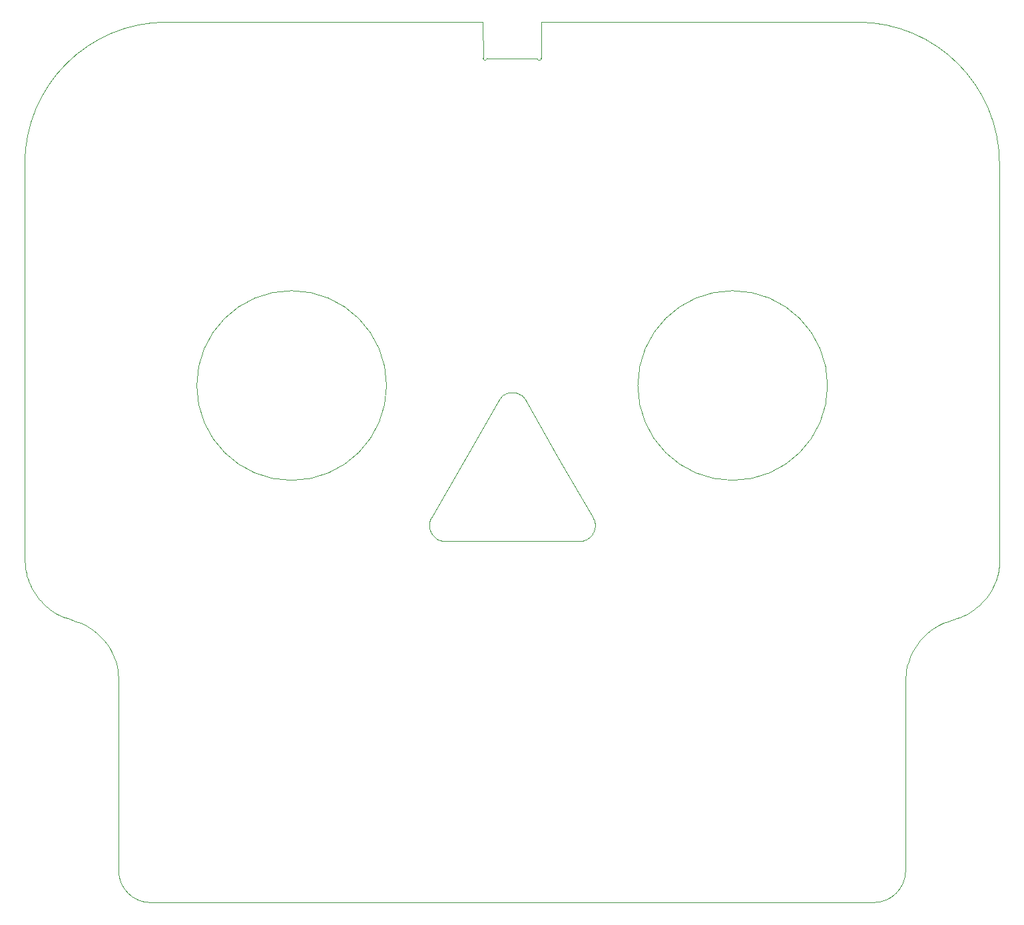
<source format=gm1>
%TF.GenerationSoftware,KiCad,Pcbnew,7.0.2-0*%
%TF.CreationDate,2023-08-26T13:21:51+01:00*%
%TF.ProjectId,Yorick,596f7269-636b-42e6-9b69-6361645f7063,rev02*%
%TF.SameCoordinates,Original*%
%TF.FileFunction,Profile,NP*%
%FSLAX46Y46*%
G04 Gerber Fmt 4.6, Leading zero omitted, Abs format (unit mm)*
G04 Created by KiCad (PCBNEW 7.0.2-0) date 2023-08-26 13:21:51*
%MOMM*%
%LPD*%
G01*
G04 APERTURE LIST*
%TA.AperFunction,Profile*%
%ADD10C,0.100000*%
%TD*%
%TA.AperFunction,Profile*%
%ADD11C,0.101600*%
%TD*%
%TA.AperFunction,Profile*%
%ADD12C,0.050000*%
%TD*%
G04 APERTURE END LIST*
D10*
X41289537Y-108762610D02*
X41104870Y-108516652D01*
X41483566Y-109001385D02*
X41289537Y-108762610D01*
X39898652Y-106027472D02*
X39819108Y-105725571D01*
X49290834Y-113751776D02*
X48840598Y-113329109D01*
X43892671Y-110930582D02*
X43616541Y-110779512D01*
X40764457Y-108004345D02*
X40609129Y-107738573D01*
X163380892Y-105725571D02*
X163301348Y-106027472D01*
D11*
X57658000Y-35560000D02*
X97891600Y-35560000D01*
D10*
X43086297Y-110447450D02*
X42832601Y-110267036D01*
X51370592Y-117483686D02*
X51200049Y-116883986D01*
X43347680Y-110618371D02*
X43086297Y-110447450D01*
X155357978Y-112589879D02*
X154842898Y-112941035D01*
X153909166Y-113751776D02*
X153493863Y-114206709D01*
X147574000Y-147574000D02*
X55626000Y-147574000D01*
X161910463Y-108762610D02*
X161716434Y-109001385D01*
X43616541Y-110779512D02*
X43347680Y-110618371D01*
X162870723Y-107189236D02*
X162736001Y-107466774D01*
X160367399Y-110267036D02*
X160113703Y-110447450D01*
X160850895Y-109878887D02*
X160613200Y-110077419D01*
X151638000Y-119380000D02*
X151705520Y-118099374D01*
X40609129Y-107738573D02*
X40463999Y-107466774D01*
X161301131Y-109456233D02*
X161080275Y-109671729D01*
X162590871Y-107738573D02*
X162435543Y-108004345D01*
X40329277Y-107189236D02*
X40205172Y-106906248D01*
X163301348Y-106027472D02*
X163210350Y-106325077D01*
X39819108Y-105725571D02*
X39751227Y-105419665D01*
X163504782Y-105110041D02*
X163448773Y-105419665D01*
X152474298Y-115741855D02*
X152215472Y-116302601D01*
X47297031Y-112277965D02*
X46723803Y-112007620D01*
X47842022Y-112589879D02*
X47297031Y-112277965D01*
X159307329Y-110930582D02*
X159024141Y-111071294D01*
D11*
X163576000Y-53594000D02*
X163576000Y-103835200D01*
D10*
X51200049Y-116883986D02*
X50984528Y-116302601D01*
X158134315Y-111428392D02*
X157075986Y-111781170D01*
X152215472Y-116302601D02*
X151999951Y-116883986D01*
X160613200Y-110077419D02*
X160367399Y-110267036D01*
X42349105Y-109878887D02*
X42119725Y-109671729D01*
X45065685Y-111428392D02*
X44762575Y-111320488D01*
D11*
X151638000Y-119380000D02*
X151638000Y-143510000D01*
D10*
X151829408Y-117483686D02*
X151705520Y-118099374D01*
X160113703Y-110447450D02*
X159852320Y-110618371D01*
X42586800Y-110077419D02*
X42349105Y-109878887D01*
D11*
X163576000Y-53594000D02*
G75*
G03*
X145542000Y-35560000I-18034000J0D01*
G01*
D10*
X40205172Y-106906248D02*
X40091894Y-106618098D01*
X158437425Y-111320488D02*
X158134315Y-111428392D01*
X161716434Y-109001385D02*
X161513254Y-109232689D01*
X50425245Y-115204074D02*
X50084832Y-114691583D01*
X159024141Y-111071294D02*
X158734103Y-111201359D01*
X156476197Y-112007620D02*
X155902969Y-112277965D01*
X162270226Y-108263801D02*
X162095130Y-108516652D01*
X105308400Y-35560000D02*
X145542000Y-35560000D01*
X48357102Y-112941035D02*
X47842022Y-112589879D01*
X152774755Y-115204074D02*
X152474298Y-115741855D01*
X40929774Y-108263801D02*
X40764457Y-108004345D01*
X163576000Y-103835200D02*
X163548708Y-104796989D01*
X46124014Y-111781170D02*
X45065685Y-111428392D01*
X41104870Y-108516652D02*
X40929774Y-108263801D01*
X154359402Y-113329109D02*
X153909166Y-113751776D01*
X39751227Y-105419665D02*
X39695218Y-105110041D01*
D11*
X51562000Y-143510000D02*
X51562000Y-119380000D01*
D10*
X40091894Y-106618098D02*
X39989650Y-106325077D01*
X85623400Y-81788000D02*
G75*
G03*
X85623400Y-81788000I-12065000J0D01*
G01*
X162736001Y-107466774D02*
X162590871Y-107738573D01*
X50725702Y-115741855D02*
X50425245Y-115204074D01*
X141706600Y-81788000D02*
G75*
G03*
X141706600Y-81788000I-12065000J0D01*
G01*
X51494480Y-118099374D02*
X51562000Y-119380000D01*
X159852320Y-110618371D02*
X159583459Y-110779512D01*
D11*
X57658000Y-35560000D02*
G75*
G03*
X39624000Y-53594000I0J-18034000D01*
G01*
D10*
X162994828Y-106906248D02*
X162870723Y-107189236D01*
X41898869Y-109456233D02*
X41686746Y-109232689D01*
X153115168Y-114691583D02*
X152774755Y-115204074D01*
X157075986Y-111781170D02*
X156476197Y-112007620D01*
X155902969Y-112277965D02*
X155357978Y-112589879D01*
X101727176Y-82670392D02*
X101854000Y-82682298D01*
X101979956Y-82702142D01*
X102104610Y-82729923D01*
X102227527Y-82765642D01*
X102348274Y-82809298D01*
X102466417Y-82860892D01*
X102581520Y-82920423D01*
X102693152Y-82987892D01*
X102800876Y-83063298D01*
X102904260Y-83146641D01*
X103002868Y-83237922D01*
X103096268Y-83337141D01*
X103184024Y-83444297D01*
X103265704Y-83559391D01*
X103340872Y-83682422D01*
X107598902Y-91210700D01*
X111867517Y-98601389D01*
X111934576Y-98727315D01*
X111991698Y-98854819D01*
X112039095Y-98983534D01*
X112076978Y-99113096D01*
X112105559Y-99243138D01*
X112125050Y-99373295D01*
X112135663Y-99503202D01*
X112137611Y-99632492D01*
X112131104Y-99760801D01*
X112116354Y-99887762D01*
X112093574Y-100013010D01*
X112062976Y-100136179D01*
X112024770Y-100256904D01*
X111979170Y-100374819D01*
X111926387Y-100489559D01*
X111866632Y-100600757D01*
X111800119Y-100708049D01*
X111727058Y-100811068D01*
X111647661Y-100909449D01*
X111562141Y-101002827D01*
X111470709Y-101090836D01*
X111373577Y-101173109D01*
X111270957Y-101249283D01*
X111163061Y-101318990D01*
X111050100Y-101381866D01*
X110932288Y-101437544D01*
X110809834Y-101485660D01*
X110682952Y-101525847D01*
X110551853Y-101557740D01*
X110416750Y-101580974D01*
X110277853Y-101595182D01*
X110135375Y-101600000D01*
X93064462Y-101600000D01*
X92921984Y-101595182D01*
X92783087Y-101580974D01*
X92647983Y-101557740D01*
X92516885Y-101525847D01*
X92390003Y-101485660D01*
X92267549Y-101437544D01*
X92149737Y-101381866D01*
X92036777Y-101318990D01*
X91928881Y-101249283D01*
X91826261Y-101173109D01*
X91729129Y-101090836D01*
X91637697Y-101002827D01*
X91552177Y-100909449D01*
X91472781Y-100811068D01*
X91399720Y-100708049D01*
X91333207Y-100600757D01*
X91273453Y-100489559D01*
X91220670Y-100374819D01*
X91175070Y-100256904D01*
X91136864Y-100136179D01*
X91106266Y-100013010D01*
X91083486Y-99887762D01*
X91068737Y-99760801D01*
X91062230Y-99632492D01*
X91064178Y-99503202D01*
X91074791Y-99373295D01*
X91094283Y-99243138D01*
X91122864Y-99113096D01*
X91160747Y-98983534D01*
X91208143Y-98854819D01*
X91265266Y-98727315D01*
X91332325Y-98601389D01*
X95600935Y-91210700D01*
X99858960Y-83682422D01*
X99934128Y-83559391D01*
X100015808Y-83444297D01*
X100103565Y-83337141D01*
X100196965Y-83237922D01*
X100295574Y-83146641D01*
X100398958Y-83063298D01*
X100506682Y-82987892D01*
X100618314Y-82920423D01*
X100733418Y-82860892D01*
X100851561Y-82809298D01*
X100972308Y-82765642D01*
X101095225Y-82729923D01*
X101219879Y-82702142D01*
X101345835Y-82682298D01*
X101472659Y-82670392D01*
X101599918Y-82666423D01*
X101727176Y-82670392D01*
X161080275Y-109671729D02*
X160850895Y-109878887D01*
X41686746Y-109232689D02*
X41483566Y-109001385D01*
X50084832Y-114691583D02*
X49706137Y-114206709D01*
X161513254Y-109232689D02*
X161301131Y-109456233D01*
X39989650Y-106325077D02*
X39898652Y-106027472D01*
X51494480Y-118099374D02*
X51370592Y-117483686D01*
X50984528Y-116302601D02*
X50725702Y-115741855D01*
X44465897Y-111201359D02*
X44175859Y-111071294D01*
X39651292Y-104796989D02*
X39624000Y-103835200D01*
X39695218Y-105110041D02*
X39651292Y-104796989D01*
X153493863Y-114206709D02*
X153115168Y-114691583D01*
X163548708Y-104796989D02*
X163504782Y-105110041D01*
D11*
X39624000Y-103835200D02*
X39624000Y-53594000D01*
D10*
X44762575Y-111320488D02*
X44465897Y-111201359D01*
X163210350Y-106325077D02*
X163108106Y-106618098D01*
X42832601Y-110267036D02*
X42586800Y-110077419D01*
X162095130Y-108516652D02*
X161910463Y-108762610D01*
X147574000Y-147574000D02*
G75*
G03*
X151638000Y-143510000I0J4064000D01*
G01*
X162435543Y-108004345D02*
X162270226Y-108263801D01*
X163448773Y-105419665D02*
X163380892Y-105725571D01*
X159583459Y-110779512D02*
X159307329Y-110930582D01*
X49706137Y-114206709D02*
X49290834Y-113751776D01*
X158734103Y-111201359D02*
X158437425Y-111320488D01*
X154842898Y-112941035D02*
X154359402Y-113329109D01*
X46723803Y-112007620D02*
X46124014Y-111781170D01*
X44175859Y-111071294D02*
X43892671Y-110930582D01*
X48840598Y-113329109D02*
X48357102Y-112941035D01*
X51562000Y-143510000D02*
G75*
G03*
X55626000Y-147574000I4064000J0D01*
G01*
X163108106Y-106618098D02*
X162994828Y-106906248D01*
X40463999Y-107466774D02*
X40329277Y-107189236D01*
X42119725Y-109671729D02*
X41898869Y-109456233D01*
X151999951Y-116883986D02*
X151829408Y-117483686D01*
D12*
%TO.C,J4*%
X105308400Y-35560000D02*
X105300000Y-40160200D01*
X104800000Y-40160200D02*
X98400000Y-40160200D01*
X97900000Y-40160200D02*
X97891600Y-35560000D01*
X104800000Y-40160200D02*
G75*
G03*
X105300000Y-40160200I250000J0D01*
G01*
X97900000Y-40160200D02*
G75*
G03*
X98400000Y-40160200I250000J0D01*
G01*
%TD*%
M02*

</source>
